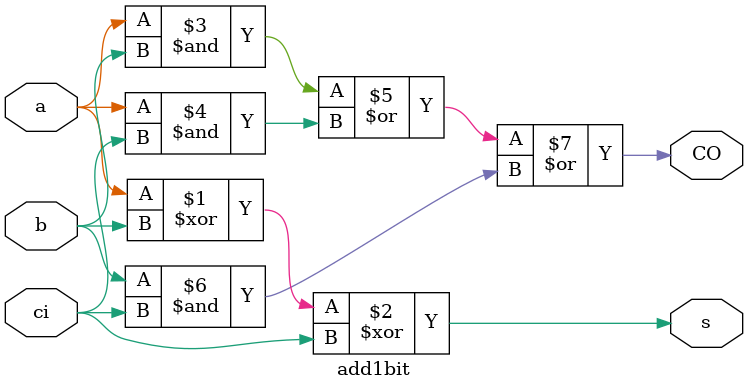
<source format=v>
module add1bit(a,b,ci,s,CO);
input a,b,ci;
output s,CO;
assign s=a^b^ci;
assign CO=a&b|a&ci|b&ci;
endmodule
</source>
